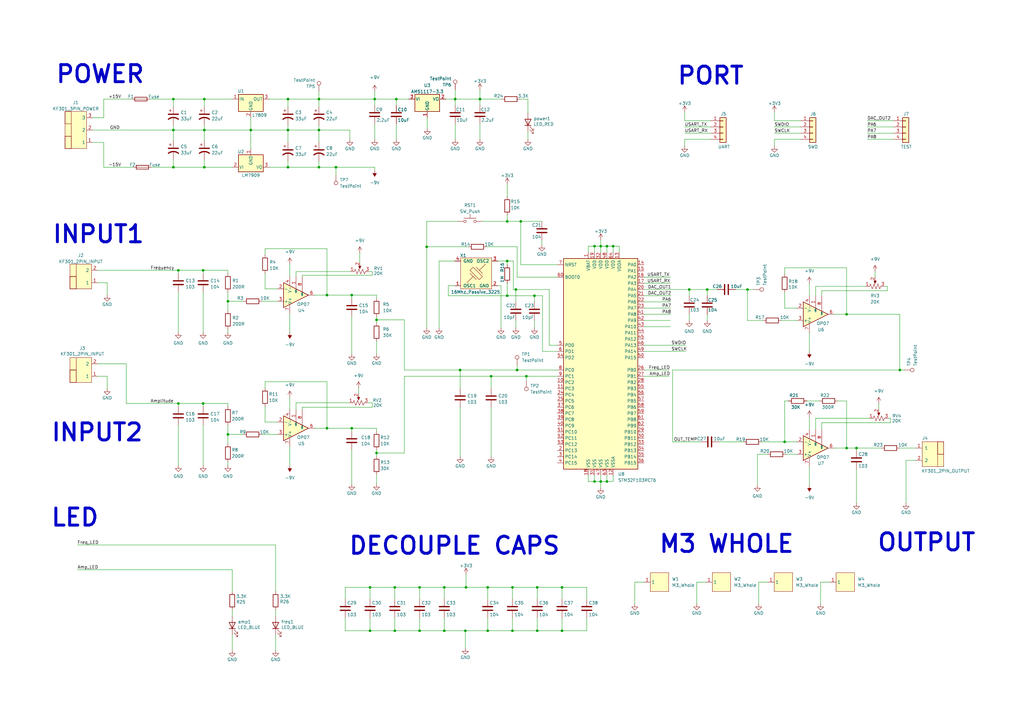
<source format=kicad_sch>
(kicad_sch (version 20211123) (generator eeschema)
  (paper "A3")
  (junction (at 154.432 185.801))
  (junction (at 290.068 118.745))
  (junction (at 188.722 151.765))
  (junction (at 248.92 197.485))
  (junction (at 243.84 100.965))
  (junction (at 220.345 240.919))
  (junction (at 190.881 258.699))
  (junction (at 154.432 131.191))
  (junction (at 137.795 68.58))
  (junction (at 182.245 258.699))
  (junction (at 282.702 118.745))
  (junction (at 215.9 154.305))
  (junction (at 172.085 258.699))
  (junction (at 144.272 121.031))
  (junction (at 208.026 90.805))
  (junction (at 83.312 165.481))
  (junction (at 246.38 100.965))
  (junction (at 83.82 40.64))
  (junction (at 220.345 258.699))
  (junction (at 211.582 118.745))
  (junction (at 200.025 240.919))
  (junction (at 321.818 181.229))
  (junction (at 130.81 53.34))
  (junction (at 118.11 40.64))
  (junction (at 134.112 121.031))
  (junction (at 347.218 183.769))
  (junction (at 175.006 101.219))
  (junction (at 369.062 151.765))
  (junction (at 182.245 240.919))
  (junction (at 83.82 68.58))
  (junction (at 201.422 154.305))
  (junction (at 161.925 258.699))
  (junction (at 200.025 258.699))
  (junction (at 196.85 40.64))
  (junction (at 219.202 121.285))
  (junction (at 153.67 40.64))
  (junction (at 102.87 53.34))
  (junction (at 71.12 68.58))
  (junction (at 208.026 107.061))
  (junction (at 213.614 90.805))
  (junction (at 83.312 110.871))
  (junction (at 151.765 258.699))
  (junction (at 172.085 240.919))
  (junction (at 73.152 165.481))
  (junction (at 347.218 128.905))
  (junction (at 210.185 258.699))
  (junction (at 130.81 68.58))
  (junction (at 134.112 175.641))
  (junction (at 306.578 118.745))
  (junction (at 246.38 197.485))
  (junction (at 151.765 240.919))
  (junction (at 230.505 258.699))
  (junction (at 230.505 240.919))
  (junction (at 118.11 53.34))
  (junction (at 73.152 110.871))
  (junction (at 130.81 40.64))
  (junction (at 93.472 123.571))
  (junction (at 71.12 40.64))
  (junction (at 162.56 40.64))
  (junction (at 248.92 100.965))
  (junction (at 93.472 178.181))
  (junction (at 212.09 151.765))
  (junction (at 161.925 240.919))
  (junction (at 71.12 53.34))
  (junction (at 208.026 121.285))
  (junction (at 210.185 240.919))
  (junction (at 144.272 175.641))
  (junction (at 351.282 183.769))
  (junction (at 186.69 40.64))
  (junction (at 83.82 53.34))
  (junction (at 243.84 197.485))
  (junction (at 251.46 100.965))
  (junction (at 118.11 68.58))
  (junction (at 191.135 240.919))
  (wire (pts (xy 201.422 167.005) (xy 201.422 187.325)))
  (wire (pts (xy 291.465 57.15) (xy 280.797 57.15)))
  (wire (pts (xy 311.15 238.76) (xy 311.15 247.65)))
  (wire (pts (xy 43.942 115.951) (xy 43.942 121.031)))
  (wire (pts (xy 93.472 165.481) (xy 93.472 166.751)))
  (wire (pts (xy 83.82 40.64) (xy 71.12 40.64)))
  (wire (pts (xy 290.068 128.905) (xy 290.068 131.445)))
  (wire (pts (xy 347.218 109.855) (xy 347.218 128.905)))
  (wire (pts (xy 144.272 121.031) (xy 154.432 121.031)))
  (wire (pts (xy 204.216 107.061) (xy 208.026 107.061)))
  (wire (pts (xy 210.566 118.745) (xy 211.582 118.745)))
  (wire (pts (xy 38.1 58.42) (xy 42.545 58.42)))
  (wire (pts (xy 230.505 240.919) (xy 230.505 245.745)))
  (wire (pts (xy 208.026 116.205) (xy 208.026 121.285)))
  (wire (pts (xy 118.872 183.261) (xy 118.872 190.881)))
  (wire (pts (xy 306.578 118.745) (xy 309.118 118.745)))
  (wire (pts (xy 154.432 129.921) (xy 154.432 131.191)))
  (wire (pts (xy 143.51 53.34) (xy 130.81 53.34)))
  (wire (pts (xy 222.504 121.285) (xy 222.504 144.145)))
  (wire (pts (xy 182.245 240.919) (xy 182.245 245.745)))
  (wire (pts (xy 83.312 165.481) (xy 93.472 165.481)))
  (wire (pts (xy 264.16 154.305) (xy 274.447 154.305)))
  (wire (pts (xy 187.706 90.805) (xy 175.006 90.805)))
  (wire (pts (xy 264.16 133.985) (xy 274.955 133.985)))
  (wire (pts (xy 330.962 164.465) (xy 336.042 164.465)))
  (wire (pts (xy 328.295 49.53) (xy 317.627 49.53)))
  (wire (pts (xy 369.062 128.905) (xy 369.062 151.765)))
  (wire (pts (xy 246.38 98.425) (xy 246.38 100.965)))
  (wire (pts (xy 248.92 197.485) (xy 248.92 194.945)))
  (wire (pts (xy 363.982 117.475) (xy 362.712 117.475)))
  (wire (pts (xy 161.925 240.919) (xy 161.925 245.745)))
  (wire (pts (xy 220.345 253.365) (xy 220.345 258.699)))
  (wire (pts (xy 225.298 141.605) (xy 228.6 141.605)))
  (wire (pts (xy 118.11 53.34) (xy 118.11 58.42)))
  (wire (pts (xy 95.25 260.35) (xy 95.25 266.7)))
  (wire (pts (xy 161.925 258.699) (xy 172.085 258.699)))
  (wire (pts (xy 107.442 178.181) (xy 113.792 178.181)))
  (wire (pts (xy 264.16 144.145) (xy 281.178 144.145)))
  (wire (pts (xy 213.614 108.585) (xy 228.6 108.585)))
  (wire (pts (xy 118.872 128.651) (xy 118.872 136.271)))
  (wire (pts (xy 210.185 253.365) (xy 210.185 258.699)))
  (wire (pts (xy 351.282 183.769) (xy 351.282 184.785)))
  (wire (pts (xy 172.085 240.919) (xy 172.085 245.745)))
  (wire (pts (xy 51.816 149.225) (xy 51.816 165.481)))
  (wire (pts (xy 110.49 40.64) (xy 118.11 40.64)))
  (wire (pts (xy 83.82 40.64) (xy 95.25 40.64)))
  (wire (pts (xy 83.82 53.34) (xy 83.82 57.785)))
  (wire (pts (xy 172.085 258.699) (xy 182.245 258.699)))
  (wire (pts (xy 93.472 174.371) (xy 93.472 178.181)))
  (wire (pts (xy 210.185 258.699) (xy 220.345 258.699)))
  (wire (pts (xy 154.432 185.801) (xy 165.862 185.801)))
  (wire (pts (xy 371.602 188.849) (xy 375.666 188.849)))
  (wire (pts (xy 154.432 194.691) (xy 154.432 198.501)))
  (wire (pts (xy 141.605 240.919) (xy 151.765 240.919)))
  (wire (pts (xy 317.627 52.07) (xy 328.295 52.07)))
  (wire (pts (xy 200.025 240.919) (xy 210.185 240.919)))
  (wire (pts (xy 248.92 100.965) (xy 248.92 103.505)))
  (wire (pts (xy 154.432 184.531) (xy 154.432 185.801)))
  (wire (pts (xy 153.67 43.18) (xy 153.67 40.64)))
  (wire (pts (xy 196.85 40.64) (xy 196.85 36.83)))
  (wire (pts (xy 144.272 121.031) (xy 144.272 122.301)))
  (wire (pts (xy 118.11 68.58) (xy 110.49 68.58)))
  (wire (pts (xy 182.245 253.365) (xy 182.245 258.699)))
  (wire (pts (xy 134.112 156.591) (xy 134.112 175.641)))
  (wire (pts (xy 93.472 123.571) (xy 93.472 127.381)))
  (wire (pts (xy 264.16 116.205) (xy 274.955 116.205)))
  (wire (pts (xy 347.218 183.769) (xy 351.282 183.769)))
  (wire (pts (xy 310.642 199.009) (xy 310.642 186.309)))
  (wire (pts (xy 199.644 101.219) (xy 212.09 101.219)))
  (wire (pts (xy 186.69 40.64) (xy 196.85 40.64)))
  (wire (pts (xy 123.952 167.005) (xy 123.952 168.021)))
  (wire (pts (xy 153.67 68.58) (xy 137.795 68.58)))
  (wire (pts (xy 220.345 258.699) (xy 230.505 258.699)))
  (wire (pts (xy 161.925 253.365) (xy 161.925 258.699)))
  (wire (pts (xy 365.252 171.577) (xy 364.236 171.577)))
  (wire (pts (xy 154.432 175.641) (xy 154.432 176.911)))
  (wire (pts (xy 188.722 151.765) (xy 212.09 151.765)))
  (wire (pts (xy 108.712 112.141) (xy 108.712 118.491)))
  (wire (pts (xy 130.81 66.04) (xy 130.81 68.58)))
  (wire (pts (xy 351.282 192.405) (xy 351.282 206.375)))
  (wire (pts (xy 264.16 238.76) (xy 260.35 238.76)))
  (wire (pts (xy 190.881 258.699) (xy 200.025 258.699)))
  (wire (pts (xy 321.818 164.465) (xy 321.818 181.229)))
  (wire (pts (xy 282.702 118.745) (xy 290.068 118.745)))
  (wire (pts (xy 93.472 189.611) (xy 93.472 190.881)))
  (wire (pts (xy 213.614 90.805) (xy 222.25 90.805)))
  (wire (pts (xy 337.058 121.285) (xy 337.058 119.253)))
  (wire (pts (xy 310.642 186.309) (xy 314.706 186.309)))
  (wire (pts (xy 113.03 242.57) (xy 113.03 223.52)))
  (wire (pts (xy 331.978 191.389) (xy 331.978 199.009)))
  (wire (pts (xy 321.818 126.365) (xy 326.898 126.365)))
  (wire (pts (xy 334.518 117.475) (xy 355.092 117.475)))
  (wire (pts (xy 208.026 90.805) (xy 213.614 90.805)))
  (wire (pts (xy 264.16 151.765) (xy 274.447 151.765)))
  (wire (pts (xy 264.16 126.365) (xy 275.082 126.365)))
  (wire (pts (xy 251.46 100.965) (xy 254 100.965)))
  (wire (pts (xy 317.627 57.15) (xy 317.627 59.944)))
  (wire (pts (xy 230.505 258.699) (xy 240.665 258.699)))
  (wire (pts (xy 369.062 151.765) (xy 275.844 151.765)))
  (wire (pts (xy 190.881 258.699) (xy 190.881 265.811)))
  (wire (pts (xy 118.11 66.04) (xy 118.11 68.58)))
  (wire (pts (xy 280.797 57.15) (xy 280.797 59.944)))
  (wire (pts (xy 83.312 165.481) (xy 83.312 166.751)))
  (wire (pts (xy 162.56 43.18) (xy 162.56 40.64)))
  (wire (pts (xy 363.982 119.253) (xy 363.982 117.475)))
  (wire (pts (xy 129.032 175.641) (xy 134.112 175.641)))
  (wire (pts (xy 102.87 53.34) (xy 83.82 53.34)))
  (wire (pts (xy 73.152 110.871) (xy 83.312 110.871)))
  (wire (pts (xy 331.978 136.525) (xy 331.978 144.145)))
  (wire (pts (xy 137.795 68.58) (xy 137.795 71.755)))
  (wire (pts (xy 204.216 117.221) (xy 205.486 117.221)))
  (wire (pts (xy 254 100.965) (xy 254 103.505)))
  (wire (pts (xy 144.272 184.531) (xy 144.272 198.501)))
  (wire (pts (xy 241.3 100.965) (xy 243.84 100.965)))
  (wire (pts (xy 73.152 165.481) (xy 83.312 165.481)))
  (wire (pts (xy 180.086 134.493) (xy 180.086 107.061)))
  (wire (pts (xy 130.81 51.435) (xy 130.81 53.34)))
  (wire (pts (xy 347.218 164.465) (xy 347.218 183.769)))
  (wire (pts (xy 212.09 151.765) (xy 228.6 151.765)))
  (wire (pts (xy 161.925 240.919) (xy 172.085 240.919)))
  (wire (pts (xy 215.9 154.305) (xy 228.6 154.305)))
  (wire (pts (xy 83.312 174.371) (xy 83.312 190.881)))
  (wire (pts (xy 130.81 68.58) (xy 118.11 68.58)))
  (wire (pts (xy 118.11 51.435) (xy 118.11 53.34)))
  (wire (pts (xy 121.412 165.227) (xy 143.256 165.227)))
  (wire (pts (xy 118.11 53.34) (xy 102.87 53.34)))
  (wire (pts (xy 129.032 121.031) (xy 134.112 121.031)))
  (wire (pts (xy 42.545 48.26) (xy 42.545 40.64)))
  (wire (pts (xy 73.152 119.761) (xy 73.152 136.271)))
  (wire (pts (xy 331.978 116.205) (xy 331.978 121.285)))
  (wire (pts (xy 196.85 40.64) (xy 205.74 40.64)))
  (wire (pts (xy 172.085 240.919) (xy 182.245 240.919)))
  (wire (pts (xy 282.702 128.905) (xy 282.702 131.445)))
  (wire (pts (xy 208.026 121.285) (xy 219.202 121.285)))
  (wire (pts (xy 220.345 240.919) (xy 220.345 245.745)))
  (wire (pts (xy 182.245 240.919) (xy 191.135 240.919)))
  (wire (pts (xy 143.51 57.15) (xy 143.51 53.34)))
  (wire (pts (xy 121.412 168.021) (xy 121.412 165.227)))
  (wire (pts (xy 243.84 197.485) (xy 246.38 197.485)))
  (wire (pts (xy 197.866 90.805) (xy 208.026 90.805)))
  (wire (pts (xy 264.16 141.605) (xy 281.178 141.605)))
  (wire (pts (xy 317.627 54.61) (xy 328.295 54.61)))
  (wire (pts (xy 208.026 88.265) (xy 208.026 90.805)))
  (wire (pts (xy 118.11 40.64) (xy 118.11 43.815)))
  (wire (pts (xy 328.295 57.15) (xy 317.627 57.15)))
  (wire (pts (xy 285.75 238.76) (xy 285.75 247.65)))
  (wire (pts (xy 264.16 131.445) (xy 274.955 131.445)))
  (wire (pts (xy 83.82 43.815) (xy 83.82 40.64)))
  (wire (pts (xy 246.38 194.945) (xy 246.38 197.485)))
  (wire (pts (xy 196.85 40.64) (xy 196.85 43.18)))
  (wire (pts (xy 151.765 240.919) (xy 151.765 245.745)))
  (wire (pts (xy 154.432 185.801) (xy 154.432 187.071)))
  (wire (pts (xy 108.712 159.131) (xy 108.712 156.591)))
  (wire (pts (xy 243.84 100.965) (xy 246.38 100.965)))
  (wire (pts (xy 182.88 40.64) (xy 186.69 40.64)))
  (wire (pts (xy 130.81 53.34) (xy 118.11 53.34)))
  (wire (pts (xy 40.132 115.951) (xy 43.942 115.951)))
  (wire (pts (xy 73.152 112.141) (xy 73.152 110.871)))
  (wire (pts (xy 42.545 40.64) (xy 53.975 40.64)))
  (wire (pts (xy 306.578 131.445) (xy 312.928 131.445)))
  (wire (pts (xy 220.345 240.919) (xy 230.505 240.919)))
  (wire (pts (xy 336.55 238.76) (xy 336.55 247.65)))
  (wire (pts (xy 210.185 240.919) (xy 220.345 240.919)))
  (wire (pts (xy 264.16 123.825) (xy 275.082 123.825)))
  (wire (pts (xy 337.058 119.253) (xy 363.982 119.253)))
  (wire (pts (xy 40.132 110.871) (xy 73.152 110.871)))
  (wire (pts (xy 62.23 68.58) (xy 71.12 68.58)))
  (wire (pts (xy 141.605 245.745) (xy 141.605 240.919)))
  (wire (pts (xy 264.16 128.905) (xy 275.082 128.905)))
  (wire (pts (xy 172.085 253.365) (xy 172.085 258.699)))
  (wire (pts (xy 130.81 43.815) (xy 130.81 40.64)))
  (wire (pts (xy 108.712 166.751) (xy 108.712 173.101)))
  (wire (pts (xy 147.066 159.131) (xy 147.066 161.417)))
  (wire (pts (xy 219.202 121.285) (xy 222.504 121.285)))
  (wire (pts (xy 264.16 121.285) (xy 275.082 121.285)))
  (wire (pts (xy 222.25 98.425) (xy 222.25 100.457)))
  (wire (pts (xy 123.952 112.903) (xy 152.654 112.903)))
  (wire (pts (xy 321.818 164.465) (xy 323.342 164.465)))
  (wire (pts (xy 83.82 68.58) (xy 95.25 68.58)))
  (wire (pts (xy 73.152 174.371) (xy 73.152 190.881)))
  (wire (pts (xy 130.81 53.34) (xy 130.81 58.42)))
  (wire (pts (xy 264.16 118.745) (xy 282.702 118.745)))
  (wire (pts (xy 113.03 250.19) (xy 113.03 252.73)))
  (wire (pts (xy 219.202 131.445) (xy 219.202 134.493)))
  (wire (pts (xy 107.442 123.571) (xy 113.792 123.571)))
  (wire (pts (xy 154.432 140.081) (xy 154.432 145.161)))
  (wire (pts (xy 154.432 131.191) (xy 165.862 131.191)))
  (wire (pts (xy 71.12 68.58) (xy 71.12 65.405)))
  (wire (pts (xy 355.727 52.07) (xy 366.395 52.07)))
  (wire (pts (xy 351.282 183.769) (xy 361.442 183.769)))
  (wire (pts (xy 216.535 53.975) (xy 216.535 57.15)))
  (wire (pts (xy 175.26 48.26) (xy 175.26 52.705)))
  (wire (pts (xy 260.35 238.76) (xy 260.35 247.65)))
  (wire (pts (xy 93.472 123.571) (xy 99.822 123.571)))
  (wire (pts (xy 246.38 197.485) (xy 246.38 200.025)))
  (wire (pts (xy 212.09 113.665) (xy 228.6 113.665)))
  (wire (pts (xy 42.545 68.58) (xy 54.61 68.58)))
  (wire (pts (xy 61.595 40.64) (xy 71.12 40.64)))
  (wire (pts (xy 317.627 45.974) (xy 317.627 49.53)))
  (wire (pts (xy 123.952 167.005) (xy 152.654 167.005)))
  (wire (pts (xy 93.472 119.761) (xy 93.472 123.571)))
  (wire (pts (xy 290.068 118.745) (xy 294.132 118.745)))
  (wire (pts (xy 294.894 181.229) (xy 304.8 181.229)))
  (wire (pts (xy 147.574 103.759) (xy 147.574 107.569)))
  (wire (pts (xy 222.504 144.145) (xy 228.6 144.145)))
  (wire (pts (xy 165.862 154.305) (xy 201.422 154.305)))
  (wire (pts (xy 51.816 165.481) (xy 73.152 165.481)))
  (wire (pts (xy 215.9 154.305) (xy 215.9 156.21)))
  (wire (pts (xy 153.67 40.64) (xy 130.81 40.64)))
  (wire (pts (xy 93.472 110.871) (xy 93.472 112.141)))
  (wire (pts (xy 144.272 175.641) (xy 144.272 176.911)))
  (wire (pts (xy 212.09 101.219) (xy 212.09 113.665)))
  (wire (pts (xy 123.952 112.903) (xy 123.952 113.411)))
  (wire (pts (xy 280.797 45.974) (xy 280.797 49.53)))
  (wire (pts (xy 211.582 118.745) (xy 225.298 118.745)))
  (wire (pts (xy 83.312 110.871) (xy 83.312 112.141)))
  (wire (pts (xy 371.602 206.375) (xy 371.602 188.849)))
  (wire (pts (xy 191.135 235.585) (xy 191.135 240.919)))
  (wire (pts (xy 280.797 52.07) (xy 291.465 52.07)))
  (wire (pts (xy 331.978 171.069) (xy 331.978 176.149)))
  (wire (pts (xy 153.67 50.8) (xy 153.67 57.15)))
  (wire (pts (xy 71.12 53.34) (xy 71.12 51.435)))
  (wire (pts (xy 134.112 101.981) (xy 134.112 121.031)))
  (wire (pts (xy 108.712 104.521) (xy 108.712 101.981)))
  (wire (pts (xy 251.46 194.945) (xy 251.46 197.485)))
  (wire (pts (xy 246.38 100.965) (xy 248.92 100.965)))
  (wire (pts (xy 130.81 37.465) (xy 130.81 40.64)))
  (wire (pts (xy 243.84 194.945) (xy 243.84 197.485)))
  (wire (pts (xy 141.605 258.699) (xy 151.765 258.699)))
  (wire (pts (xy 151.384 111.379) (xy 152.654 111.379)))
  (wire (pts (xy 241.3 103.505) (xy 241.3 100.965)))
  (wire (pts (xy 219.202 121.285) (xy 219.202 123.825)))
  (wire (pts (xy 306.578 118.745) (xy 306.578 131.445)))
  (wire (pts (xy 201.422 154.305) (xy 201.422 159.385)))
  (wire (pts (xy 225.298 118.745) (xy 225.298 141.605)))
  (wire (pts (xy 334.518 121.285) (xy 334.518 117.475)))
  (wire (pts (xy 83.82 51.435) (xy 83.82 53.34)))
  (wire (pts (xy 162.56 50.8) (xy 162.56 57.15)))
  (wire (pts (xy 40.132 154.305) (xy 43.942 154.305)))
  (wire (pts (xy 322.326 186.309) (xy 326.898 186.309)))
  (wire (pts (xy 113.03 260.35) (xy 113.03 266.7)))
  (wire (pts (xy 196.85 50.8) (xy 196.85 57.15)))
  (wire (pts (xy 43.942 154.305) (xy 43.942 159.385)))
  (wire (pts (xy 275.844 181.229) (xy 287.274 181.229)))
  (wire (pts (xy 246.38 197.485) (xy 248.92 197.485)))
  (wire (pts (xy 246.38 100.965) (xy 246.38 103.505)))
  (wire (pts (xy 208.026 107.061) (xy 208.026 108.585)))
  (wire (pts (xy 83.82 65.405) (xy 83.82 68.58)))
  (wire (pts (xy 151.765 258.699) (xy 161.925 258.699)))
  (wire (pts (xy 334.518 171.577) (xy 356.616 171.577)))
  (wire (pts (xy 182.245 258.699) (xy 190.881 258.699)))
  (wire (pts (xy 243.84 100.965) (xy 243.84 103.505)))
  (wire (pts (xy 121.412 111.379) (xy 121.412 113.411)))
  (wire (pts (xy 165.862 185.801) (xy 165.862 154.305)))
  (wire (pts (xy 347.218 128.905) (xy 369.062 128.905)))
  (wire (pts (xy 360.426 165.481) (xy 360.426 167.767)))
  (wire (pts (xy 186.436 117.221) (xy 183.896 117.221)))
  (wire (pts (xy 321.818 120.015) (xy 321.818 126.365)))
  (wire (pts (xy 102.87 48.26) (xy 102.87 53.34)))
  (wire (pts (xy 188.722 151.765) (xy 188.722 159.385)))
  (wire (pts (xy 343.662 164.465) (xy 347.218 164.465)))
  (wire (pts (xy 31.75 233.68) (xy 95.25 233.68)))
  (wire (pts (xy 365.252 173.355) (xy 365.252 171.577)))
  (wire (pts (xy 210.185 240.919) (xy 210.185 245.745)))
  (wire (pts (xy 200.025 258.699) (xy 210.185 258.699)))
  (wire (pts (xy 93.472 178.181) (xy 99.822 178.181)))
  (wire (pts (xy 191.135 240.919) (xy 200.025 240.919)))
  (wire (pts (xy 334.518 176.149) (xy 334.518 171.577)))
  (wire (pts (xy 342.138 183.769) (xy 347.218 183.769)))
  (wire (pts (xy 213.614 90.805) (xy 213.614 108.585)))
  (wire (pts (xy 141.605 253.365) (xy 141.605 258.699)))
  (wire (pts (xy 31.75 223.52) (xy 113.03 223.52)))
  (wire (pts (xy 108.712 101.981) (xy 134.112 101.981)))
  (wire (pts (xy 83.312 119.761) (xy 83.312 136.271)))
  (wire (pts (xy 162.56 40.64) (xy 167.64 40.64)))
  (wire (pts (xy 144.272 129.921) (xy 144.272 145.161)))
  (wire (pts (xy 358.902 111.379) (xy 358.902 113.665)))
  (wire (pts (xy 118.872 162.941) (xy 118.872 168.021)))
  (wire (pts (xy 42.545 58.42) (xy 42.545 68.58)))
  (wire (pts (xy 71.12 53.34) (xy 71.12 57.785)))
  (wire (pts (xy 152.654 111.379) (xy 152.654 112.903)))
  (wire (pts (xy 321.818 181.229) (xy 326.898 181.229)))
  (wire (pts (xy 321.818 109.855) (xy 347.218 109.855)))
  (wire (pts (xy 212.09 149.86) (xy 212.09 151.765)))
  (wire (pts (xy 213.36 40.64) (xy 216.535 40.64)))
  (wire (pts (xy 210.566 107.061) (xy 210.566 118.745)))
  (wire (pts (xy 154.432 121.031) (xy 154.432 122.301)))
  (wire (pts (xy 162.56 40.64) (xy 153.67 40.64)))
  (wire (pts (xy 175.006 90.805) (xy 175.006 101.219)))
  (wire (pts (xy 83.312 110.871) (xy 93.472 110.871)))
  (wire (pts (xy 369.062 183.769) (xy 375.666 183.769)))
  (wire (pts (xy 152.654 165.227) (xy 150.876 165.227)))
  (wire (pts (xy 40.132 149.225) (xy 51.816 149.225)))
  (wire (pts (xy 186.69 36.83) (xy 186.69 40.64)))
  (wire (pts (xy 188.722 167.005) (xy 188.722 187.325)))
  (wire (pts (xy 93.472 135.001) (xy 93.472 136.271)))
  (wire (pts (xy 93.472 178.181) (xy 93.472 181.991)))
  (wire (pts (xy 208.026 107.061) (xy 210.566 107.061)))
  (wire (pts (xy 211.582 131.445) (xy 211.582 134.493)))
  (wire (pts (xy 230.505 253.365) (xy 230.505 258.699)))
  (wire (pts (xy 134.112 121.031) (xy 144.272 121.031)))
  (wire (pts (xy 320.548 131.445) (xy 326.898 131.445)))
  (wire (pts (xy 165.862 131.191) (xy 165.862 151.765)))
  (wire (pts (xy 95.25 250.19) (xy 95.25 252.73)))
  (wire (pts (xy 369.062 151.765) (xy 370.84 151.765)))
  (wire (pts (xy 118.872 108.331) (xy 118.872 113.411)))
  (wire (pts (xy 282.702 118.745) (xy 282.702 121.285)))
  (wire (pts (xy 211.582 118.745) (xy 211.582 123.825)))
  (wire (pts (xy 312.42 181.229) (xy 321.818 181.229)))
  (wire (pts (xy 152.654 167.005) (xy 152.654 165.227)))
  (wire (pts (xy 38.1 53.34) (xy 71.12 53.34)))
  (wire (pts (xy 165.862 151.765) (xy 188.722 151.765)))
  (wire (pts (xy 314.96 238.76) (xy 311.15 238.76)))
  (wire (pts (xy 180.086 107.061) (xy 186.436 107.061)))
  (wire (pts (xy 366.395 57.15) (xy 355.727 57.15)))
  (wire (pts (xy 151.765 253.365) (xy 151.765 258.699)))
  (wire (pts (xy 337.058 173.355) (xy 365.252 173.355)))
  (wire (pts (xy 153.67 37.465) (xy 153.67 40.64)))
  (wire (pts (xy 301.752 118.745) (xy 306.578 118.745)))
  (wire (pts (xy 183.896 117.221) (xy 183.896 121.285)))
  (wire (pts (xy 241.3 197.485) (xy 243.84 197.485)))
  (wire (pts (xy 337.058 176.149) (xy 337.058 173.355)))
  (wire (pts (xy 154.432 131.191) (xy 154.432 132.461)))
  (wire (pts (xy 251.46 197.485) (xy 248.92 197.485)))
  (wire (pts (xy 342.138 128.905) (xy 347.218 128.905)))
  (wire (pts (xy 216.535 40.64) (xy 216.535 46.355)))
  (wire (pts (xy 200.025 240.919) (xy 200.025 245.745)))
  (wire (pts (xy 73.152 166.751) (xy 73.152 165.481)))
  (wire (pts (xy 83.82 68.58) (xy 71.12 68.58)))
  (wire (pts (xy 95.25 242.57) (xy 95.25 233.68)))
  (wire (pts (xy 240.665 240.919) (xy 240.665 245.745)))
  (wire (pts (xy 321.818 112.395) (xy 321.818 109.855)))
  (wire (pts (xy 205.486 117.221) (xy 205.486 134.493)))
  (wire (pts (xy 108.712 173.101) (xy 113.792 173.101)))
  (wire (pts (xy 251.46 100.965) (xy 251.46 103.505)))
  (wire (pts (xy 241.3 194.945) (xy 241.3 197.485)))
  (wire (pts (xy 289.56 238.76) (xy 285.75 238.76)))
  (wire (pts (xy 366.395 49.53) (xy 355.727 49.53)))
  (wire (pts (xy 208.026 75.565) (xy 208.026 80.645)))
  (wire (pts (xy 130.81 40.64) (xy 118.11 40.64)))
  (wire (pts (xy 102.87 53.34) (xy 102.87 60.96)))
  (wire (pts (xy 200.025 253.365) (xy 200.025 258.699)))
  (wire (pts (xy 83.82 53.34) (xy 71.12 53.34)))
  (wire (pts (xy 151.765 240.919) (xy 161.925 240.919)))
  (wire (pts (xy 121.412 111.379) (xy 143.764 111.379)))
  (wire (pts (xy 280.797 54.61) (xy 291.465 54.61)))
  (wire (pts (xy 248.92 100.965) (xy 251.46 100.965)))
  (wire (pts (xy 186.69 50.8) (xy 186.69 57.15)))
  (wire (pts (xy 186.69 40.64) (xy 186.69 43.18)))
  (wire (pts (xy 290.068 118.745) (xy 290.068 121.285)))
  (wire (pts (xy 144.272 175.641) (xy 154.432 175.641)))
  (wire (pts (xy 153.67 69.85) (xy 153.67 68.58)))
  (wire (pts (xy 137.795 68.58) (xy 130.81 68.58)))
  (wire (pts (xy 175.006 101.219) (xy 175.006 134.493)))
  (wire (pts (xy 264.16 113.665) (xy 274.955 113.665)))
  (wire (pts (xy 71.12 40.64) (xy 71.12 43.815)))
  (wire (pts (xy 183.896 121.285) (xy 208.026 121.285)))
  (wire (pts (xy 108.712 118.491) (xy 113.792 118.491)))
  (wire (pts (xy 38.1 48.26) (xy 42.545 48.26)))
  (wire (pts (xy 291.465 49.53) (xy 280.797 49.53)))
  (wire (pts (xy 355.727 54.61) (xy 366.395 54.61)))
  (wire (pts (xy 230.505 240.919) (xy 240.665 240.919)))
  (wire (pts (xy 108.712 156.591) (xy 134.112 156.591)))
  (wire (pts (xy 175.006 101.219) (xy 192.024 101.219)))
  (wire (pts (xy 201.422 154.305) (xy 215.9 154.305)))
  (wire (pts (xy 340.36 238.76) (xy 336.55 238.76)))
  (wire (pts (xy 240.665 258.699) (xy 240.665 253.365)))
  (wire (pts (xy 275.844 151.765) (xy 275.844 181.229)))
  (wire (pts (xy 134.112 175.641) (xy 144.272 175.641)))
  (text "PORT" (at 277.368 35.306 0) (effects (font (size 7 7) (thickness 1.2) bold) (justify left bottom)))
  (text "LED" (at 20.447 216.535 0) (effects (font (size 7 7) (thickness 1.2) bold) (justify left bottom)))
  (text "DECOUPLE CAPS" (at 142.621 228.092 0) (effects (font (size 7 7) (thickness 1.2) bold) (justify left bottom)))
  (text "POWER" (at 22.479 34.671 0) (effects (font (size 7 7) (thickness 1.2) bold) (justify left bottom)))
  (text "INPUT1" (at 21.082 100.33 0) (effects (font (size 7 7) (thickness 1.2) bold) (justify left bottom)))
  (text "OUTPUT" (at 359.41 226.695 0) (effects (font (size 7 7) (thickness 1.2) bold) (justify left bottom)))
  (text "M3 WHOLE" (at 269.875 227.33 0) (effects (font (size 7 7) (thickness 1.2) bold) (justify left bottom)))
  (text "INPUT2" (at 20.574 181.61 0) (effects (font (size 7 7) (thickness 1.2) bold) (justify left bottom)))
  (label "Amp_LED" (at 31.75 233.68 0))
  (label "+15V" (at 44.45 40.64 0))
  (label "GND" (at 45.085 53.34 0))
  (label "SWCLK" (at 317.627 54.61 0))
  (label "PA8" (at 271.526 128.905 0))
  (label "USART_TX" (at 280.797 52.07 0))
  (label "Freq_LED" (at 31.75 223.52 0))
  (label "OUT_TEMP" (at 276.352 181.229 0))
  (label "PA6" (at 355.727 52.07 0))
  (label "SWDIO" (at 317.627 52.07 0))
  (label "Amplitude" (at 61.722 165.481 0))
  (label "Amp_LED" (at 266.319 154.305 0))
  (label "PA7" (at 355.727 54.61 0))
  (label "USART_RX" (at 280.797 54.61 0))
  (label "PA8" (at 355.727 57.15 0))
  (label "Frequency" (at 61.722 110.871 0))
  (label "SWDIO" (at 275.336 141.605 0))
  (label "PA7" (at 271.526 126.365 0))
  (label "SWCLK" (at 275.336 144.145 0))
  (label "USART_RX" (at 265.43 116.205 0))
  (label "-15V" (at 44.45 68.58 0))
  (label "USART_TX" (at 265.43 113.665 0))
  (label "DAC_OUT1" (at 265.684 118.745 0))
  (label "Freq_LED" (at 266.065 151.765 0))
  (label "DAC_OUT2" (at 265.684 121.285 0))
  (label "PA6" (at 271.526 123.825 0))
  (label "DAC_OUT2" (at 355.727 49.53 0))
  (symbol (lib_id "power:GND") (at 246.38 200.025 0) (unit 1)
    (property "Reference" "#PWR0152" (effects hide))
    (property "Value" "GND" (at 246.38 203.835 0))
  )
  (symbol (lib_id "power:GND") (at 73.152 190.881 0) (unit 1)
    (property "Reference" "#PWR0139" (effects hide))
    (property "Value" "GND" (at 73.152 195.3244 0))
  )
  (symbol (lib_id "Connector:TestPoint") (at 130.81 37.465 0) (unit 1)
    (property "Reference" "TP5" (at 129.286 35.433 0) (effects (justify right)))
    (property "Value" "TestPoint" (at 129.286 32.893 0) (effects (justify right)))
    (property "Footprint" "Connector_Pin:Pin_D0.7mm_L6.5mm_W1.8mm_FlatFork" (effects hide))
  )
  (symbol (lib_id "Device:R") (at 113.03 246.38 0) (unit 1)
    (property "Reference" "R26" (at 116.713 246.761 0))
    (property "Value" "3.3K" (at 117.094 244.602 0))
    (property "Footprint" "Resistor_SMD:R_0603_1608Metric" (effects hide))
  )
  (symbol (lib_id "power:+3.3V") (at 280.797 45.974 0) (unit 1)
    (property "Reference" "#PWR0118" (effects hide))
    (property "Value" "+3.3V" (at 280.797 42.3982 0))
  )
  (symbol (lib_id "power:+3.3V") (at 317.627 45.974 0) (unit 1)
    (property "Reference" "#PWR0119" (effects hide))
    (property "Value" "+3.3V" (at 317.627 42.3982 0))
  )
  (symbol (lib_id "Device:R") (at 93.472 170.561 180) (unit 1)
    (property "Reference" "R7" (at 94.996 169.291 0) (effects (justify right)))
    (property "Value" "200R" (at 94.996 171.831 0) (effects (justify right)))
    (property "Footprint" "Resistor_SMD:R_0603_1608Metric" (effects hide))
  )
  (symbol (lib_id "power:GND") (at 260.35 247.65 0) (unit 1)
    (property "Reference" "#PWR0160" (effects hide))
    (property "Value" "GND" (at 260.35 251.46 0))
  )
  (symbol (lib_id "Device:R") (at 103.632 178.181 270) (unit 1)
    (property "Reference" "R9" (at 99.568 177.165 90))
    (property "Value" "10K" (at 108.458 177.165 90))
    (property "Footprint" "Resistor_SMD:R_0603_1608Metric" (effects hide))
  )
  (symbol (lib_id "Device:R") (at 93.472 185.801 180) (unit 1)
    (property "Reference" "R8" (at 94.996 184.531 0) (effects (justify right)))
    (property "Value" "200R" (at 94.996 187.071 0) (effects (justify right)))
    (property "Footprint" "Resistor_SMD:R_0603_1608Metric" (effects hide))
  )
  (symbol (lib_id "Device:R") (at 103.632 123.571 270) (unit 1)
    (property "Reference" "R3" (at 98.552 122.301 90))
    (property "Value" "10K" (at 108.712 122.301 90))
    (property "Footprint" "Resistor_SMD:R_0603_1608Metric" (effects hide))
  )
  (symbol (lib_id "power:GND") (at 211.582 134.493 0) (unit 1)
    (property "Reference" "#PWR0154" (effects hide))
    (property "Value" "GND" (at 211.582 138.303 0))
  )
  (symbol (lib_id "power:GND") (at 336.55 247.65 0) (unit 1)
    (property "Reference" "#PWR0159" (effects hide))
    (property "Value" "GND" (at 336.55 251.46 0))
  )
  (symbol (lib_id "power:+9V") (at 118.872 108.331 0) (unit 1)
    (property "Reference" "#PWR0110" (effects hide))
    (property "Value" "+9V" (at 118.872 103.251 0))
  )
  (symbol (lib_id "power:+9V") (at 358.902 111.379 0) (unit 1)
    (property "Reference" "#PWR0113" (effects hide))
    (property "Value" "+9V" (at 358.902 106.299 0))
  )
  (symbol (lib_id "power:+9V") (at 153.67 37.465 0) (unit 1)
    (property "Reference" "#PWR0101" (effects hide))
    (property "Value" "+9V" (at 153.67 31.75 0))
  )
  (symbol (lib_id "Device:C") (at 351.282 188.595 0) (unit 1)
    (property "Reference" "C28" (at 352.044 186.309 0) (effects (justify left)))
    (property "Value" "103" (at 352.044 191.135 0) (effects (justify left)))
    (property "Footprint" "Capacitor_SMD:C_0603_1608Metric" (effects hide))
  )
  (symbol (lib_id "power:GND") (at 83.312 190.881 0) (unit 1)
    (property "Reference" "#PWR0138" (effects hide))
    (property "Value" "GND" (at 83.312 195.3244 0))
  )
  (symbol (lib_id "Device:C") (at 219.202 127.635 0) (unit 1)
    (property "Reference" "C23" (at 215.138 125.349 0) (effects (justify left)))
    (property "Value" "10pF" (at 214.122 130.175 0) (effects (justify left)))
    (property "Footprint" "Capacitor_SMD:C_0603_1608Metric" (effects hide))
  )
  (symbol (lib_id "Connector_Generic:Conn_01x04") (at 296.545 52.07 0) (unit 1)
    (property "Reference" "J5" (at 295.529 46.736 0) (effects (justify left)))
    (property "Value" "UART" (at 294.513 60.198 0) (effects (justify left)))
    (property "Footprint" "Connector_PinHeader_2.54mm:PinHeader_1x04_P2.54mm_Vertical" (effects hide))
  )
  (symbol (lib_id "power:GND") (at 43.942 159.385 0) (unit 1)
    (property "Reference" "#PWR0141" (effects hide))
    (property "Value" "GND" (at 43.942 163.195 0))
  )
  (symbol (lib_id "Device:C_Polarized_US") (at 71.12 47.625 0) (unit 1)
    (property "Reference" "C1" (at 74.041 46.1553 0) (effects (justify left)))
    (property "Value" "33uF" (at 74.041 48.6922 0) (effects (justify left)))
    (property "Footprint" "Capacitor_SMD:CP_Elec_6.3x5.9" (effects hide))
  )
  (symbol (lib_id "Device:Fuse") (at 58.42 68.58 90) (unit 1)
    (property "Reference" "F2" (at 54.356 67.564 90))
    (property "Value" "Fuse" (at 63.5 67.564 90))
    (property "Footprint" "Fuse:Fuse_1206_3216Metric" (effects hide))
  )
  (symbol (lib_id "Device:C") (at 151.765 249.555 0) (unit 1)
    (property "Reference" "C30" (at 152.527 247.269 0) (effects (justify left)))
    (property "Value" "103" (at 152.527 252.095 0) (effects (justify left)))
    (property "Footprint" "Capacitor_SMD:C_0603_1608Metric" (effects hide))
  )
  (symbol (lib_id "Device:C") (at 144.272 126.111 0) (unit 1)
    (property "Reference" "C15" (at 147.193 125.2763 0) (effects (justify left)))
    (property "Value" "104" (at 147.193 127.8132 0) (effects (justify left)))
    (property "Footprint" "Capacitor_SMD:C_0603_1608Metric" (effects hide))
  )
  (symbol (lib_id "power:+9V") (at 360.426 165.481 0) (unit 1)
    (property "Reference" "#PWR0116" (effects hide))
    (property "Value" "+9V" (at 360.426 160.401 0))
  )
  (symbol (lib_id "Connector:TestPoint") (at 309.118 118.745 270) (unit 1)
    (property "Reference" "TP3" (at 311.15 117.221 0) (effects (justify right)))
    (property "Value" "TestPoint" (at 313.69 117.221 0) (effects (justify right)))
    (property "Footprint" "Connector_Pin:Pin_D0.7mm_L6.5mm_W1.8mm_FlatFork" (effects hide))
  )
  (symbol (lib_id "MCU_ST_STM32F1:STM32F103RBTx") (at 246.38 149.225 0) (unit 1)
    (property "Reference" "U8" (at 253.4794 194.4354 0) (effects (justify left)))
    (property "Value" "STM32F103RCT6" (at 253.4794 196.9723 0) (effects (justify left)))
    (property "Footprint" "Package_QFP:LQFP-64_10x10mm_P0.5mm" (effects hide))
    (property "Datasheet" "http://www.st.com/st-web-ui/static/active/en/resource/technical/document/datasheet/CD00161566.pdf" (effects hide))
  )
  (symbol (lib_id "Device:R") (at 154.432 190.881 180) (unit 1)
    (property "Reference" "R13" (at 155.956 189.611 0) (effects (justify right)))
    (property "Value" "30K" (at 155.956 192.151 0) (effects (justify right)))
    (property "Footprint" "Resistor_SMD:R_0603_1608Metric" (effects hide))
  )
  (symbol (lib_id "power:GND") (at 73.152 136.271 0) (unit 1)
    (property "Reference" "#PWR0142" (effects hide))
    (property "Value" "GND" (at 73.152 140.7144 0))
  )
  (symbol (lib_id "power:GND") (at 371.602 206.375 0) (unit 1)
    (property "Reference" "#PWR0121" (effects hide))
    (property "Value" "GND" (at 371.602 210.185 0))
  )
  (symbol (lib_id "PutuoEvalBoard:M3_Whole") (at 295.91 238.76 0) (unit 1)
    (property "Reference" "W2" (at 300.99 237.4899 0) (effects (justify left)))
    (property "Value" "M3_Whole" (at 300.99 240.0299 0) (effects (justify left)))
    (property "Footprint" "myfootprint:M3_Whole" (effects hide))
  )
  (symbol (lib_id "power:+3.3V") (at 191.135 235.585 0) (unit 1)
    (property "Reference" "#PWR0157" (effects hide))
    (property "Value" "+3.3V" (at 191.135 232.0092 0))
  )
  (symbol (lib_id "power:GND") (at 95.25 266.7 0) (unit 1)
    (property "Reference" "#PWR0136" (effects hide))
    (property "Value" "GND" (at 95.25 270.51 0))
  )
  (symbol (lib_id "Device:R") (at 154.432 136.271 180) (unit 1)
    (property "Reference" "R6" (at 156.972 135.0009 0) (effects (justify right)))
    (property "Value" "30K" (at 156.972 137.5409 0) (effects (justify right)))
    (property "Footprint" "Resistor_SMD:R_0603_1608Metric" (effects hide))
  )
  (symbol (lib_id "Device:R") (at 93.472 115.951 180) (unit 1)
    (property "Reference" "R1" (at 95.25 115.1163 0) (effects (justify right)))
    (property "Value" "200R" (at 95.25 117.6532 0) (effects (justify right)))
    (property "Footprint" "Resistor_SMD:R_0603_1608Metric" (effects hide))
  )
  (symbol (lib_id "Device:C") (at 211.582 127.635 0) (unit 1)
    (property "Reference" "C22" (at 207.518 125.349 0) (effects (justify left)))
    (property "Value" "10pF" (at 206.502 130.175 0) (effects (justify left)))
    (property "Footprint" "Capacitor_SMD:C_0603_1608Metric" (effects hide))
  )
  (symbol (lib_id "Device:R") (at 93.472 131.191 0) (unit 1)
    (property "Reference" "R2" (at 95.25 130.3563 0) (effects (justify left)))
    (property "Value" "200R" (at 95.25 132.8932 0) (effects (justify left)))
    (property "Footprint" "Resistor_SMD:R_0603_1608Metric" (effects hide))
  )
  (symbol (lib_id "Device:C") (at 196.85 46.99 0) (unit 1)
    (property "Reference" "C12" (at 197.104 44.958 0) (effects (justify left)))
    (property "Value" "2.2uF" (at 197.358 49.276 0) (effects (justify left)))
    (property "Footprint" "Capacitor_SMD:C_0603_1608Metric" (effects hide))
  )
  (symbol (lib_id "Device:C_Polarized_US") (at 118.11 47.625 0) (unit 1)
    (property "Reference" "C3" (at 121.031 46.1553 0) (effects (justify left)))
    (property "Value" "33uF" (at 121.031 48.6922 0) (effects (justify left)))
    (property "Footprint" "Capacitor_SMD:CP_Elec_6.3x5.9" (effects hide))
  )
  (symbol (lib_id "Device:C") (at 73.152 170.561 0) (unit 1)
    (property "Reference" "C16" (at 76.073 169.7263 0) (effects (justify left)))
    (property "Value" "103" (at 76.073 172.2632 0) (effects (justify left)))
    (property "Footprint" "Capacitor_SMD:C_0603_1608Metric" (effects hide))
  )
  (symbol (lib_id "Device:C_Polarized_US") (at 130.81 62.23 0) (unit 1)
    (property "Reference" "C8" (at 133.731 60.7603 0) (effects (justify left)))
    (property "Value" "22uF" (at 133.731 63.2972 0) (effects (justify left)))
    (property "Footprint" "Capacitor_SMD:CP_Elec_6.3x5.9" (effects hide))
  )
  (symbol (lib_id "Device:C") (at 161.925 249.555 0) (unit 1)
    (property "Reference" "C31" (at 162.687 247.269 0) (effects (justify left)))
    (property "Value" "103" (at 162.687 252.095 0) (effects (justify left)))
    (property "Footprint" "Capacitor_SMD:C_0603_1608Metric" (effects hide))
  )
  (symbol (lib_id "Device:R") (at 321.818 116.205 0) (unit 1)
    (property "Reference" "R18" (at 323.342 115.443 0) (effects (justify left)))
    (property "Value" "10K" (at 323.342 117.729 0) (effects (justify left)))
    (property "Footprint" "Resistor_SMD:R_0603_1608Metric" (effects hide))
  )
  (symbol (lib_id "Device:C") (at 73.152 115.951 0) (unit 1)
    (property "Reference" "C13" (at 76.073 115.1163 0) (effects (justify left)))
    (property "Value" "103" (at 76.073 117.6532 0) (effects (justify left)))
    (property "Footprint" "Capacitor_SMD:C_0603_1608Metric" (effects hide))
  )
  (symbol (lib_id "power:+9V") (at 331.978 116.205 0) (unit 1)
    (property "Reference" "#PWR0115" (effects hide))
    (property "Value" "+9V" (at 331.978 111.125 0))
  )
  (symbol (lib_id "Device:R") (at 154.432 180.721 180) (unit 1)
    (property "Reference" "R12" (at 155.956 179.451 0) (effects (justify right)))
    (property "Value" "10K" (at 155.956 181.991 0) (effects (justify right)))
    (property "Footprint" "Resistor_SMD:R_0603_1608Metric" (effects hide))
  )
  (symbol (lib_id "Device:C") (at 290.068 125.095 0) (unit 1)
    (property "Reference" "C25" (at 290.322 123.063 0) (effects (justify left)))
    (property "Value" "104" (at 290.322 127.127 0) (effects (justify left)))
    (property "Footprint" "Capacitor_SMD:C_0603_1608Metric" (effects hide))
  )
  (symbol (lib_id "power:GND") (at 154.432 145.161 0) (unit 1)
    (property "Reference" "#PWR0149" (effects hide))
    (property "Value" "GND" (at 154.432 148.971 0))
  )
  (symbol (lib_id "power:GND") (at 93.472 136.271 0) (unit 1)
    (property "Reference" "#PWR0143" (effects hide))
    (property "Value" "GND" (at 93.472 140.7144 0))
  )
  (symbol (lib_id "PutuoEvalBoard:KF301_2PIN-PUTUO-MCU") (at 33.782 151.765 180) (unit 1)
    (property "Reference" "J3" (at 33.782 142.8242 0))
    (property "Value" "KF301_2PIN_INPUT" (at 33.782 145.161 0))
    (property "Footprint" "myfootprint:KF301-2P" (effects hide))
  )
  (symbol (lib_id "power:GND") (at 351.282 206.375 0) (unit 1)
    (property "Reference" "#PWR0123" (effects hide))
    (property "Value" "GND" (at 351.282 210.185 0))
  )
  (symbol (lib_id "Device:C") (at 144.272 180.721 0) (unit 1)
    (property "Reference" "C18" (at 148.082 179.4509 0) (effects (justify left)))
    (property "Value" "104" (at 148.082 181.9909 0) (effects (justify left)))
    (property "Footprint" "Capacitor_SMD:C_0603_1608Metric" (effects hide))
  )
  (symbol (lib_id "power:GND") (at 188.722 187.325 0) (unit 1)
    (property "Reference" "#PWR0131" (effects hide))
    (property "Value" "GND" (at 188.722 191.135 0))
  )
  (symbol (lib_id "power:GND") (at 153.67 57.15 0) (unit 1)
    (property "Reference" "#PWR0109" (effects hide))
    (property "Value" "GND" (at 153.67 60.96 0))
  )
  (symbol (lib_id "power:GND") (at 311.15 247.65 0) (unit 1)
    (property "Reference" "#PWR0162" (effects hide))
    (property "Value" "GND" (at 311.15 251.46 0))
  )
  (symbol (lib_id "Connector_Generic:Conn_01x04") (at 371.475 52.07 0) (unit 1)
    (property "Reference" "J7" (at 370.459 46.736 0) (effects (justify left)))
    (property "Value" "TEST" (at 369.443 60.198 0) (effects (justify left)))
    (property "Footprint" "Connector_PinHeader_2.54mm:PinHeader_1x04_P2.54mm_Vertical" (effects hide))
  )
  (symbol (lib_id "Device:C_Polarized_US") (at 83.82 61.595 0) (unit 1)
    (property "Reference" "C6" (at 86.741 60.1253 0) (effects (justify left)))
    (property "Value" "22uF" (at 86.741 62.6622 0) (effects (justify left)))
    (property "Footprint" "Capacitor_SMD:CP_Elec_6.3x5.9" (effects hide))
  )
  (symbol (lib_id "Device:C") (at 297.942 118.745 90) (unit 1)
    (property "Reference" "C26" (at 296.164 117.475 90) (effects (justify left)))
    (property "Value" "10uF" (at 304.546 117.475 90) (effects (justify left)))
    (property "Footprint" "Capacitor_SMD:C_0603_1608Metric" (effects hide))
  )
  (symbol (lib_id "Regulator_Linear:AMS1117-3.3") (at 175.26 40.64 0) (unit 1)
    (property "Reference" "U3" (at 175.26 35.0352 0))
    (property "Value" "AMS1117-3.3" (at 175.26 37.5721 0))
    (property "Footprint" "Package_TO_SOT_SMD:SOT-223-3_TabPin2" (effects hide))
    (property "Datasheet" "http://www.advanced-monolithic.com/pdf/ds1117.pdf" (effects hide))
  )
  (symbol (lib_id "Device:C") (at 230.505 249.555 0) (unit 1)
    (property "Reference" "C37" (at 231.267 247.269 0) (effects (justify left)))
    (property "Value" "104" (at 231.267 252.095 0) (effects (justify left)))
    (property "Footprint" "Capacitor_SMD:C_0603_1608Metric" (effects hide))
  )
  (symbol (lib_id "power:-9V") (at 331.978 144.145 180) (unit 1)
    (property "Reference" "#PWR0114" (effects hide))
    (property "Value" "-9V" (at 331.978 149.225 0))
  )
  (symbol (lib_id "power:GND") (at 285.75 247.65 0) (unit 1)
    (property "Reference" "#PWR0161" (effects hide))
    (property "Value" "GND" (at 285.75 251.46 0))
  )
  (symbol (lib_id "Device:R") (at 154.432 126.111 180) (unit 1)
    (property "Reference" "R5" (at 156.972 124.8409 0) (effects (justify right)))
    (property "Value" "10K" (at 156.972 127.3809 0) (effects (justify right)))
    (property "Footprint" "Resistor_SMD:R_0603_1608Metric" (effects hide))
  )
  (symbol (lib_id "PutuoEvalBoard:M3_Whole") (at 270.51 238.76 0) (unit 1)
    (property "Reference" "W1" (at 275.59 237.4899 0) (effects (justify left)))
    (property "Value" "M3_Whole" (at 275.59 240.0299 0) (effects (justify left)))
    (property "Footprint" "myfootprint:M3_Whole" (effects hide))
  )
  (symbol (lib_id "Device:C") (at 291.084 181.229 90) (unit 1)
    (property "Reference" "C27" (at 287.782 179.959 90))
    (property "Value" "10uF" (at 295.148 179.959 90))
    (property "Footprint" "Capacitor_SMD:C_0603_1608Metric" (effects hide))
  )
  (symbol (lib_id "power:-9V") (at 331.978 199.009 180) (unit 1)
    (property "Reference" "#PWR0124" (effects hide))
    (property "Value" "-9V" (at 331.978 204.089 0))
  )
  (symbol (lib_id "power:-9V") (at 118.872 136.271 180) (unit 1)
    (property "Reference" "#PWR0145" (effects hide))
    (property "Value" "-9V" (at 118.872 141.351 0))
  )
  (symbol (lib_id "Connector:TestPoint") (at 137.795 71.755 180) (unit 1)
    (property "Reference" "TP7" (at 139.319 73.787 0) (effects (justify right)))
    (property "Value" "TestPoint" (at 139.319 76.327 0) (effects (justify right)))
    (property "Footprint" "Connector_Pin:Pin_D0.7mm_L6.5mm_W1.8mm_FlatFork" (effects hide))
  )
  (symbol (lib_id "Connector:TestPoint") (at 370.84 151.765 270) (unit 1)
    (property "Reference" "TP4" (at 372.872 150.241 0) (effects (justify right)))
    (property "Value" "TestPoint" (at 375.412 150.241 0) (effects (justify right)))
    (property "Footprint" "Connector_Pin:Pin_D0.7mm_L6.5mm_W1.8mm_FlatFork" (effects hide))
  )
  (symbol (lib_id "power:GND") (at 180.086 134.493 0) (unit 1)
    (property "Reference" "#PWR0146" (effects hide))
    (property "Value" "GND" (at 180.086 138.303 0))
  )
  (symbol (lib_id "power:GND") (at 144.272 198.501 0) (unit 1)
    (property "Reference" "#PWR0132" (effects hide))
    (property "Value" "GND" (at 144.272 202.311 0))
  )
  (symbol (lib_id "power:GND") (at 162.56 57.15 0) (unit 1)
    (property "Reference" "#PWR0102" (effects hide))
    (property "Value" "GND" (at 162.56 60.96 0))
  )
  (symbol (lib_id "Device:R") (at 318.516 186.309 270) (unit 1)
    (property "Reference" "R20" (at 313.69 185.039 90))
    (property "Value" "10K" (at 323.342 185.039 90))
    (property "Footprint" "Resistor_SMD:R_0603_1608Metric" (effects hide))
  )
  (symbol (lib_id "Device:LED") (at 216.535 50.165 90) (unit 1)
    (property "Reference" "power1" (at 218.821 48.641 90) (effects (justify right)))
    (property "Value" "LED_RED" (at 218.821 50.927 90) (effects (justify right)))
    (property "Footprint" "LED_SMD:LED_0603_1608Metric" (effects hide))
  )
  (symbol (lib_id "power:GND") (at 144.272 145.161 0) (unit 1)
    (property "Reference" "#PWR0148" (effects hide))
    (property "Value" "GND" (at 144.272 148.971 0))
  )
  (symbol (lib_id "Device:R") (at 195.834 101.219 270) (unit 1)
    (property "Reference" "R14" (at 191.008 100.203 90))
    (property "Value" "10K" (at 200.66 100.203 90))
    (property "Footprint" "Resistor_SMD:R_0603_1608Metric" (effects hide))
  )
  (symbol (lib_id "power:GND") (at 216.535 57.15 0) (unit 1)
    (property "Reference" "#PWR0128" (effects hide))
    (property "Value" "GND" (at 216.535 60.96 0))
  )
  (symbol (lib_id "power:GND") (at 205.486 134.493 0) (unit 1)
    (property "Reference" "#PWR0155" (effects hide))
    (property "Value" "GND" (at 205.486 138.303 0))
  )
  (symbol (lib_id "Device:C_Polarized_US") (at 130.81 47.625 0) (unit 1)
    (property "Reference" "C4" (at 133.731 46.1553 0) (effects (justify left)))
    (property "Value" "22uF" (at 133.731 48.6922 0) (effects (justify left)))
    (property "Footprint" "Capacitor_SMD:CP_Elec_6.3x5.9" (effects hide))
  )
  (symbol (lib_id "Device:R") (at 308.61 181.229 270) (unit 1)
    (property "Reference" "R19" (at 303.784 180.213 90))
    (property "Value" "10K" (at 313.436 180.213 90))
    (property "Footprint" "Resistor_SMD:R_0603_1608Metric" (effects hide))
  )
  (symbol (lib_id "power:-9V") (at 118.872 190.881 180) (unit 1)
    (property "Reference" "#PWR0133" (effects hide))
    (property "Value" "-9V" (at 118.872 195.961 0))
  )
  (symbol (lib_id "power:GND") (at 113.03 266.7 0) (unit 1)
    (property "Reference" "#PWR0135" (effects hide))
    (property "Value" "GND" (at 113.03 270.51 0))
  )
  (symbol (lib_id "Device:LED") (at 95.25 256.54 90) (unit 1)
    (property "Reference" "amp1" (at 97.536 255.016 90) (effects (justify right)))
    (property "Value" "LED_BLUE" (at 97.536 257.302 90) (effects (justify right)))
    (property "Footprint" "LED_SMD:LED_0603_1608Metric" (effects hide))
  )
  (symbol (lib_id "Device:C") (at 282.702 125.095 0) (unit 1)
    (property "Reference" "C24" (at 282.956 123.063 0) (effects (justify left)))
    (property "Value" "103" (at 282.956 127.127 0) (effects (justify left)))
    (property "Footprint" "Capacitor_SMD:C_0603_1608Metric" (effects hide))
  )
  (symbol (lib_id "power:GND") (at 175.26 52.705 0) (unit 1)
    (property "Reference" "#PWR0103" (effects hide))
    (property "Value" "GND" (at 175.26 56.515 0))
  )
  (symbol (lib_id "Regulator_Linear:LM7909_TO220") (at 102.87 68.58 0) (unit 1)
    (property "Reference" "U2" (at 98.806 62.23 0))
    (property "Value" "LM7909" (at 102.87 71.882 0))
    (property "Footprint" "Package_TO_SOT_SMD:TO-263-2" (effects hide))
    (property "Datasheet" "https://www.onsemi.com/pub/Collateral/MC7900-D.PDF" (effects hide))
  )
  (symbol (lib_id "power:+3.3V") (at 246.38 98.425 0) (unit 1)
    (property "Reference" "#PWR0126" (effects hide))
    (property "Value" "+3.3V" (at 246.38 94.8492 0))
  )
  (symbol (lib_id "Connector_Generic:Conn_01x04") (at 333.375 52.07 0) (unit 1)
    (property "Reference" "J6" (at 332.359 46.736 0) (effects (justify left)))
    (property "Value" "SWD" (at 331.343 60.198 0) (effects (justify left)))
    (property "Footprint" "Connector_PinHeader_2.54mm:PinHeader_1x04_P2.54mm_Vertical" (effects hide))
  )
  (symbol (lib_id "Device:R") (at 327.152 164.465 90) (unit 1)
    (property "Reference" "R21" (at 325.628 162.179 90))
    (property "Value" "30K" (at 326.39 167.005 90))
    (property "Footprint" "Resistor_SMD:R_0603_1608Metric" (effects hide))
  )
  (symbol (lib_id "Device:C") (at 162.56 46.99 0) (unit 1)
    (property "Reference" "C10" (at 163.068 44.958 0) (effects (justify left)))
    (property "Value" "10uF" (at 163.068 49.276 0) (effects (justify left)))
    (property "Footprint" "Capacitor_SMD:C_0603_1608Metric" (effects hide))
  )
  (symbol (lib_id "power:GND") (at 222.25 100.457 0) (unit 1)
    (property "Reference" "#PWR0129" (effects hide))
    (property "Value" "GND" (at 222.25 104.267 0))
  )
  (symbol (lib_id "Device:R") (at 108.712 162.941 0) (unit 1)
    (property "Reference" "R11" (at 110.236 161.671 0) (effects (justify left)))
    (property "Value" "10K" (at 110.236 164.211 0) (effects (justify left)))
    (property "Footprint" "Resistor_SMD:R_0603_1608Metric" (effects hide))
  )
  (symbol (lib_id "Regulator_Linear:L7809") (at 102.87 40.64 0) (unit 1)
    (property "Reference" "U1" (at 98.806 37.338 0))
    (property "Value" "L7809" (at 106.426 47.244 0))
    (property "Footprint" "Package_TO_SOT_SMD:TO-263-2" (effects hide))
    (property "Datasheet" "http://www.st.com/content/ccc/resource/technical/document/datasheet/41/4f/b3/b0/12/d4/47/88/CD00000444.pdf/files/CD00000444.pdf/jcr:content/translations/en.CD00000444.pdf" (effects hide))
  )
  (symbol (lib_id "Amplifier_Operational:OP07") (at 334.518 183.769 0) (mirror x) (unit 1)
    (property "Reference" "U7" (at 336.7024 190.0682 0))
    (property "Value" "OP07" (at 337.5406 187.5282 0))
    (property "Footprint" "Package_SO:SOP-8_3.9x4.9mm_P1.27mm" (effects hide))
    (property "Datasheet" "https://www.analog.com/media/en/technical-documentation/data-sheets/OP07.pdf" (effects hide))
  )
  (symbol (lib_id "Device:C_Polarized_US") (at 83.82 47.625 0) (unit 1)
    (property "Reference" "C2" (at 86.741 46.1553 0) (effects (justify left)))
    (property "Value" "22uF" (at 86.741 48.6922 0) (effects (justify left)))
    (property "Footprint" "Capacitor_SMD:CP_Elec_6.3x5.9" (effects hide))
  )
  (symbol (lib_id "power:GND") (at 186.69 57.15 0) (unit 1)
    (property "Reference" "#PWR0105" (effects hide))
    (property "Value" "GND" (at 186.69 60.96 0))
  )
  (symbol (lib_id "power:GND") (at 282.702 131.445 0) (unit 1)
    (property "Reference" "#PWR0151" (effects hide))
    (property "Value" "GND" (at 282.702 135.8884 0))
  )
  (symbol (lib_id "Amplifier_Operational:OP07") (at 121.412 175.641 0) (mirror x) (unit 1)
    (property "Reference" "U5" (at 123.5964 181.9402 0))
    (property "Value" "OP07" (at 124.4346 179.4002 0))
    (property "Footprint" "Package_SO:SOP-8_3.9x4.9mm_P1.27mm" (effects hide))
    (property "Datasheet" "https://www.analog.com/media/en/technical-documentation/data-sheets/OP07.pdf" (effects hide))
  )
  (symbol (lib_id "Device:C") (at 210.185 249.555 0) (unit 1)
    (property "Reference" "C35" (at 210.947 247.269 0) (effects (justify left)))
    (property "Value" "104" (at 210.947 252.095 0) (effects (justify left)))
    (property "Footprint" "Capacitor_SMD:C_0603_1608Metric" (effects hide))
  )
  (symbol (lib_id "Device:C") (at 188.722 163.195 0) (unit 1)
    (property "Reference" "C19" (at 191.643 162.3603 0) (effects (justify left)))
    (property "Value" "103" (at 191.643 164.8972 0) (effects (justify left)))
    (property "Footprint" "Capacitor_SMD:C_0603_1608Metric" (effects hide))
  )
  (symbol (lib_id "Device:R_Potentiometer_US") (at 358.902 117.475 90) (unit 1)
    (property "Reference" "RV3" (at 358.902 121.285 90))
    (property "Value" "20K" (at 358.902 123.825 90))
    (property "Footprint" "myfootprint:R_Potential" (effects hide))
  )
  (symbol (lib_id "PutuoEvalBoard:16Mhz_Passive_3225_4Pin-Oscillator") (at 195.326 112.141 0) (unit 1)
    (property "Reference" "X1" (at 189.992 104.775 0))
    (property "Value" "16Mhz_Passive_3225" (at 195.072 119.761 0))
    (property "Footprint" "Oscillator:Oscillator_SMD_EuroQuartz_XO32-4Pin_3.2x2.5mm" (effects hide))
  )
  (symbol (lib_id "power:GND") (at 310.642 199.009 0) (unit 1)
    (property "Reference" "#PWR0125" (effects hide))
    (property "Value" "GND" (at 310.642 203.4524 0))
  )
  (symbol (lib_id "Device:C") (at 220.345 249.555 0) (unit 1)
    (property "Reference" "C36" (at 221.107 247.269 0) (effects (justify left)))
    (property "Value" "104" (at 221.107 252.095 0) (effects (justify left)))
    (property "Footprint" "Capacitor_SMD:C_0603_1608Metric" (effects hide))
  )
  (symbol (lib_id "power:GND") (at 175.006 134.493 0) (unit 1)
    (property "Reference" "#PWR0147" (effects hide))
    (property "Value" "GND" (at 175.006 138.303 0))
  )
  (symbol (lib_id "PutuoEvalBoard:KF301_3PIN") (at 30.988 53.34 180) (unit 1)
    (property "Reference" "J1" (at 31.0769 42.071 0))
    (property "Value" "KF301_3PIN_POWER" (at 31.0769 44.6079 0))
    (property "Footprint" "myfootprint:KF301-3P" (effects hide))
  )
  (symbol (lib_id "power:+3.3V") (at 208.026 75.565 0) (unit 1)
    (property "Reference" "#PWR0127" (effects hide))
    (property "Value" "+3.3V" (at 208.026 71.9892 0))
  )
  (symbol (lib_id "Device:C") (at 182.245 249.555 0) (unit 1)
    (property "Reference" "C33" (at 183.007 247.269 0) (effects (justify left)))
    (property "Value" "103" (at 183.007 252.095 0) (effects (justify left)))
    (property "Footprint" "Capacitor_SMD:C_0603_1608Metric" (effects hide))
  )
  (symbol (lib_id "power:GND") (at 83.312 136.271 0) (unit 1)
    (property "Reference" "#PWR0144" (effects hide))
    (property "Value" "GND" (at 83.312 140.7144 0))
  )
  (symbol (lib_id "power:GND") (at 43.942 121.031 0) (unit 1)
    (property "Reference" "#PWR0112" (effects hide))
    (property "Value" "GND" (at 43.942 124.841 0))
  )
  (symbol (lib_id "Device:C") (at 186.69 46.99 0) (unit 1)
    (property "Reference" "C11" (at 186.944 44.958 0) (effects (justify left)))
    (property "Value" "10uF" (at 187.198 49.276 0) (effects (justify left)))
    (property "Footprint" "Capacitor_SMD:C_0603_1608Metric" (effects hide))
  )
  (symbol (lib_id "Device:C") (at 83.312 170.561 0) (unit 1)
    (property "Reference" "C17" (at 86.233 169.7263 0) (effects (justify left)))
    (property "Value" "104" (at 86.233 172.2632 0) (effects (justify left)))
    (property "Footprint" "Capacitor_SMD:C_0603_1608Metric" (effects hide))
  )
  (symbol (lib_id "power:GND") (at 190.881 265.811 0) (unit 1)
    (property "Reference" "#PWR0158" (effects hide))
    (property "Value" "GND" (at 190.881 269.621 0))
  )
  (symbol (lib_id "Connector:TestPoint") (at 215.9 156.21 180) (unit 1)
    (property "Reference" "TP2" (at 217.424 158.242 0) (effects (justify right)))
    (property "Value" "TestPoint" (at 217.424 160.782 0) (effects (justify right)))
    (property "Footprint" "Connector_Pin:Pin_D0.7mm_L6.5mm_W1.8mm_FlatFork" (effects hide))
  )
  (symbol (lib_id "power:+9V") (at 331.978 171.069 0) (unit 1)
    (property "Reference" "#PWR0122" (effects hide))
    (property "Value" "+9V" (at 331.978 165.989 0))
  )
  (symbol (lib_id "power:GND") (at 143.51 57.15 0) (unit 1)
    (property "Reference" "#PWR0107" (effects hide))
    (property "Value" "GND" (at 143.51 60.96 0))
  )
  (symbol (lib_id "power:-9V") (at 153.67 69.85 180) (unit 1)
    (property "Reference" "#PWR0108" (effects hide))
    (property "Value" "-9V" (at 153.67 74.93 0))
  )
  (symbol (lib_id "power:GND") (at 154.432 198.501 0) (unit 1)
    (property "Reference" "#PWR0134" (effects hide))
    (property "Value" "GND" (at 154.432 202.311 0))
  )
  (symbol (lib_id "Device:R") (at 108.712 108.331 0) (unit 1)
    (property "Reference" "R4" (at 110.49 107.4963 0) (effects (justify left)))
    (property "Value" "10K" (at 110.49 110.0332 0) (effects (justify left)))
    (property "Footprint" "Resistor_SMD:R_0603_1608Metric" (effects hide))
  )
  (symbol (lib_id "PutuoEvalBoard:KF301_2PIN-PUTUO-MCU") (at 382.016 186.309 0) (unit 1)
    (property "Reference" "J4" (at 378.206 179.705 0) (effects (justify left)))
    (property "Value" "KF301_2PIN_OUTPUT" (at 377.952 193.167 0) (effects (justify left)))
    (property "Footprint" "myfootprint:KF301-2P" (effects hide))
  )
  (symbol (lib_id "Amplifier_Operational:OP07") (at 121.412 121.031 0) (mirror x) (unit 1)
    (property "Reference" "U4" (at 123.5964 127.3302 0))
    (property "Value" "OP07" (at 124.4346 124.7902 0))
    (property "Footprint" "Package_SO:SOP-8_3.9x4.9mm_P1.27mm" (effects hide))
    (property "Datasheet" "https://www.analog.com/media/en/technical-documentation/data-sheets/OP07.pdf" (effects hide))
  )
  (symbol (lib_id "Device:C") (at 200.025 249.555 0) (unit 1)
    (property "Reference" "C34" (at 200.787 247.269 0) (effects (justify left)))
    (property "Value" "104" (at 200.787 252.095 0) (effects (justify left)))
    (property "Footprint" "Capacitor_SMD:C_0603_1608Metric" (effects hide))
  )
  (symbol (lib_id "power:GND") (at 196.85 57.15 0) (unit 1)
    (property "Reference" "#PWR0106" (effects hide))
    (property "Value" "GND" (at 196.85 60.96 0))
  )
  (symbol (lib_id "power:GND") (at 317.627 59.944 0) (unit 1)
    (property "Reference" "#PWR0120" (effects hide))
    (property "Value" "GND" (at 317.627 63.754 0))
  )
  (symbol (lib_id "Device:R_Potentiometer_US") (at 360.426 171.577 90) (unit 1)
    (property "Reference" "RV4" (at 367.792 170.561 90))
    (property "Value" "20K" (at 367.792 172.593 90))
    (property "Footprint" "myfootprint:R_Potential" (effects hide))
  )
  (symbol (lib_id "Device:R") (at 365.252 183.769 270) (unit 1)
    (property "Reference" "R23" (at 360.172 182.499 90))
    (property "Value" "10K" (at 370.332 182.499 90))
    (property "Footprint" "Resistor_SMD:R_0603_1608Metric" (effects hide))
  )
  (symbol (lib_id "Amplifier_Operational:OP07") (at 334.518 128.905 0) (mirror x) (unit 1)
    (property "Reference" "U6" (at 336.7024 135.2042 0))
    (property "Value" "OP07" (at 337.5406 132.6642 0))
    (property "Footprint" "Package_SO:SOP-8_3.9x4.9mm_P1.27mm" (effects hide))
    (property "Datasheet" "https://www.analog.com/media/en/technical-documentation/data-sheets/OP07.pdf" (effects hide))
  )
  (symbol (lib_id "Device:R") (at 208.026 84.455 0) (unit 1)
    (property "Reference" "R15" (at 211.328 82.677 0))
    (property "Value" "10K" (at 211.328 85.217 0))
    (property "Footprint" "Resistor_SMD:R_0603_1608Metric" (effects hide))
  )
  (symbol (lib_id "Device:R_Potentiometer_US") (at 147.066 165.227 90) (unit 1)
    (property "Reference" "RV2" (at 154.686 164.211 90))
    (property "Value" "20K" (at 154.94 166.243 90))
    (property "Footprint" "myfootprint:R_Potential" (effects hide))
  )
  (symbol (lib_id "Device:C_Polarized_US") (at 118.11 62.23 0) (unit 1)
    (property "Reference" "C7" (at 121.031 60.7603 0) (effects (justify left)))
    (property "Value" "33uF" (at 121.031 63.2972 0) (effects (justify left)))
    (property "Footprint" "Capacitor_SMD:CP_Elec_6.3x5.9" (effects hide))
  )
  (symbol (lib_id "power:GND") (at 290.068 131.445 0) (unit 1)
    (property "Reference" "#PWR0150" (effects hide))
    (property "Value" "GND" (at 290.068 135.8884 0))
  )
  (symbol (lib_id "power:GND") (at 93.472 190.881 0) (unit 1)
    (property "Reference" "#PWR0140" (effects hide))
    (property "Value" "GND" (at 93.472 195.3244 0))
  )
  (symbol (lib_id "Device:R_Potentiometer_US") (at 147.574 111.379 90) (unit 1)
    (property "Reference" "RV1" (at 155.194 110.109 90))
    (property "Value" "20K" (at 155.194 112.141 90))
    (property "Footprint" "myfootprint:R_Potential" (effects hide))
  )
  (symbol (lib_id "Device:C") (at 222.25 94.615 0) (unit 1)
    (property "Reference" "C21" (at 218.186 92.329 0) (effects (justify left)))
    (property "Value" "104" (at 218.186 97.155 0) (effects (justify left)))
    (property "Footprint" "Capacitor_SMD:C_0603_1608Metric" (effects hide))
  )
  (symbol (lib_id "Switch:SW_Push") (at 192.786 90.805 0) (unit 1)
    (property "Reference" "RST1" (at 192.786 84.1842 0))
    (property "Value" "SW_Push" (at 192.786 86.7211 0))
    (property "Footprint" "Button_Switch_SMD:SW_SPST_CK_RS282G05A3" (effects hide))
  )
  (symbol (lib_id "power:+9V") (at 147.066 159.131 0) (unit 1)
    (property "Reference" "#PWR0130" (effects hide))
    (property "Value" "+9V" (at 147.066 154.051 0))
  )
  (symbol (lib_id "Device:LED") (at 113.03 256.54 90) (unit 1)
    (property "Reference" "freq1" (at 115.316 255.016 90) (effects (justify right)))
    (property "Value" "LED_BLUE" (at 115.316 257.302 90) (effects (justify right)))
    (property "Footprint" "LED_SMD:LED_0603_1608Metric" (effects hide))
  )
  (symbol (lib_id "Device:C_Polarized_US") (at 71.12 61.595 0) (unit 1)
    (property "Reference" "C5" (at 74.041 60.1253 0) (effects (justify left)))
    (property "Value" "33uF" (at 74.041 62.6622 0) (effects (justify left)))
    (property "Footprint" "Capacitor_SMD:CP_Elec_6.3x5.9" (effects hide))
  )
  (symbol (lib_id "Device:R") (at 209.55 40.64 270) (unit 1)
    (property "Reference" "R24" (at 204.47 39.37 90))
    (property "Value" "3.3K" (at 214.63 39.37 90))
    (property "Footprint" "Resistor_SMD:R_0603_1608Metric" (effects hide))
  )
  (symbol (lib_id "power:GND") (at 219.202 134.493 0) (unit 1)
    (property "Reference" "#PWR0156" (effects hide))
    (property "Value" "GND" (at 219.202 138.303 0))
  )
  (symbol (lib_id "Connector:TestPoint") (at 186.69 36.83 0) (unit 1)
    (property "Reference" "TP6" (at 185.166 34.798 0) (effects (justify right)))
    (property "Value" "TestPoint" (at 185.166 32.258 0) (effects (justify right)))
    (property "Footprint" "Connector_Pin:Pin_D0.7mm_L6.5mm_W1.8mm_FlatFork" (effects hide))
  )
  (symbol (lib_id "Device:C") (at 240.665 249.555 0) (unit 1)
    (property "Reference" "C38" (at 241.427 247.269 0) (effects (justify left)))
    (property "Value" "104" (at 241.427 252.095 0) (effects (justify left)))
    (property "Footprint" "Capacitor_SMD:C_0603_1608Metric" (effects hide))
  )
  (symbol (lib_id "Device:R") (at 95.25 246.38 0) (unit 1)
    (property "Reference" "R25" (at 98.806 246.888 0))
    (property "Value" "3.3K" (at 99.06 244.602 0))
    (property "Footprint" "Resistor_SMD:R_0603_1608Metric" (effects hide))
  )
  (symbol (lib_id "Device:R") (at 339.852 164.465 90) (unit 1)
    (property "Reference" "R22" (at 338.328 162.179 90))
    (property "Value" "300R" (at 339.598 167.005 90))
    (property "Footprint" "Resistor_SMD:R_0603_1608Metric" (effects hide))
  )
  (symbol (lib_id "PutuoEvalBoard:M3_Whole") (at 321.31 238.76 0) (unit 1)
    (property "Reference" "W3" (at 326.39 237.4899 0) (effects (justify left)))
    (property "Value" "M3_Whole" (at 326.39 240.0299 0) (effects (justify left)))
    (property "Footprint" "myfootprint:M3_Whole" (effects hide))
  )
  (symbol (lib_id "Device:C") (at 201.422 163.195 0) (unit 1)
    (property "Reference" "C20" (at 204.343 162.3603 0) (effects (justify left)))
    (property "Value" "103" (at 204.343 164.8972 0) (effects (justify left)))
    (property "Footprint" "Capacitor_SMD:C_0603_1608Metric" (effects hide))
  )
  (symbol (lib_id "Device:C") (at 172.085 249.555 0) (unit 1)
    (property "Reference" "C32" (at 172.847 247.269 0) (effects (justify left)))
    (property "Value" "103" (at 172.847 252.095 0) (effects (justify left)))
    (property "Footprint" "Capacitor_SMD:C_0603_1608Metric" (effects hide))
  )
  (symbol (lib_id "Device:R") (at 208.026 112.395 180) (unit 1)
    (property "Reference" "R16" (at 205.994 111.633 90) (effects (justify right)))
    (property "Value" "1M" (at 205.994 115.951 90) (effects (justify right)))
    (property "Footprint" "Resistor_SMD:R_0603_1608Metric" (effects hide))
  )
  (symbol (lib_id "Device:C") (at 153.67 46.99 0) (unit 1)
    (property "Reference" "C9" (at 154.178 44.958 0) (effects (justify left)))
    (property "Value" "2.2uF" (at 154.432 49.276 0) (effects (justify left)))
    (property "Footprint" "Capacitor_SMD:C_0603_1608Metric" (effects hide))
  )
  (symbol (lib_id "Device:R") (at 316.738 131.445 270) (unit 1)
    (property "Reference" "R17" (at 311.658 130.175 90))
    (property "Value" "10K" (at 321.818 130.175 90))
    (property "Footprint" "Resistor_SMD:R_0603_1608Metric" (effects hide))
  )
  (symbol (lib_id "Device:Fuse") (at 57.785 40.64 90) (unit 1)
    (property "Reference" "F1" (at 53.721 39.624 90))
    (property "Value" "Fuse" (at 63.119 39.624 90))
    (property "Footprint" "Fuse:Fuse_1206_3216Metric" (effects hide))
  )
  (symbol (lib_id "power:+9V") (at 118.872 162.941 0) (unit 1)
    (property "Reference" "#PWR0137" (effects hide))
    (property "Value" "+9V" (at 118.872 157.861 0))
  )
  (symbol (lib_id "PutuoEvalBoard:KF301_2PIN-PUTUO-MCU") (at 33.782 113.411 180) (unit 1)
    (property "Reference" "J2" (at 33.147 104.7582 0))
    (property "Value" "KF301_2PIN_INPUT" (at 33.147 107.2951 0))
    (property "Footprint" "myfootprint:KF301-2P" (effects hide))
  )
  (symbol (lib_id "power:GND") (at 201.422 187.325 0) (unit 1)
    (property "Reference" "#PWR0153" (effects hide))
    (property "Value" "GND" (at 201.422 191.135 0))
  )
  (symbol (lib_id "PutuoEvalBoard:M3_Whole") (at 346.71 238.76 0) (unit 1)
    (property "Reference" "W4" (at 351.79 237.4899 0) (effects (justify left)))
    (property "Value" "M3_Whole" (at 351.79 240.0299 0) (effects (justify left)))
    (property "Footprint" "myfootprint:M3_Whole" (effects hide))
  )
  (symbol (lib_id "power:GND") (at 280.797 59.944 0) (unit 1)
    (property "Reference" "#PWR0117" (effects hide))
    (property "Value" "GND" (at 280.797 63.754 0))
  )
  (symbol (lib_id "Device:C") (at 141.605 249.555 0) (unit 1)
    (property "Reference" "C29" (at 142.367 247.269 0) (effects (justify left)))
    (property "Value" "103" (at 142.367 252.095 0) (effects (justify left)))
    (property "Footprint" "Capacitor_SMD:C_0603_1608Metric" (effects hide))
  )
  (symbol (lib_id "Connector:TestPoint") (at 212.09 149.86 0) (unit 1)
    (property "Reference" "TP1" (at 213.868 145.288 0) (effects (justify left)))
    (property "Value" "TestPoint" (at 213.995 147.828 0) (effects (justify left)))
    (property "Footprint" "Connector_Pin:Pin_D0.7mm_L6.5mm_W1.8mm_FlatFork" (effects hide))
  )
  (symbol (lib_id "power:+9V") (at 147.574 103.759 0) (unit 1)
    (property "Reference" "#PWR0111" (effects hide))
    (property "Value" "+9V" (at 147.574 98.679 0))
  )
  (symbol (lib_id "Device:C") (at 83.312 115.951 0) (unit 1)
    (property "Reference" "C14" (at 86.233 115.1163 0) (effects (justify left)))
    (property "Value" "104" (at 86.233 117.6532 0) (effects (justify left)))
    (property "Footprint" "Capacitor_SMD:C_0603_1608Metric" (effects hide))
  )
  (symbol (lib_id "power:+3.3V") (at 196.85 36.83 0) (unit 1)
    (property "Reference" "#PWR0104" (effects hide))
    (property "Value" "+3.3V" (at 196.85 33.2542 0))
  )
)
</source>
